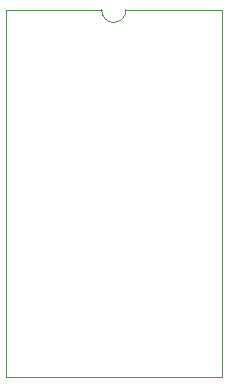
<source format=gbr>
G04 #@! TF.GenerationSoftware,KiCad,Pcbnew,(6.0.7)*
G04 #@! TF.CreationDate,2022-08-15T11:05:51+01:00*
G04 #@! TF.ProjectId,nwX287,6e775832-3837-42e6-9b69-6361645f7063,1a*
G04 #@! TF.SameCoordinates,Original*
G04 #@! TF.FileFunction,Profile,NP*
%FSLAX46Y46*%
G04 Gerber Fmt 4.6, Leading zero omitted, Abs format (unit mm)*
G04 Created by KiCad (PCBNEW (6.0.7)) date 2022-08-15 11:05:51*
%MOMM*%
%LPD*%
G01*
G04 APERTURE LIST*
G04 #@! TA.AperFunction,Profile*
%ADD10C,0.050000*%
G04 #@! TD*
G04 APERTURE END LIST*
D10*
X125476000Y-77914500D02*
X133604000Y-77914500D01*
X133604000Y-77914500D02*
G75*
G03*
X135636000Y-77914500I1016000J-63500D01*
G01*
X125476000Y-108966000D02*
X125476000Y-77914500D01*
X143764000Y-108966000D02*
X125476000Y-108966000D01*
X143764000Y-77914500D02*
X143764000Y-108966000D01*
X135636000Y-77914500D02*
X143764000Y-77914500D01*
M02*

</source>
